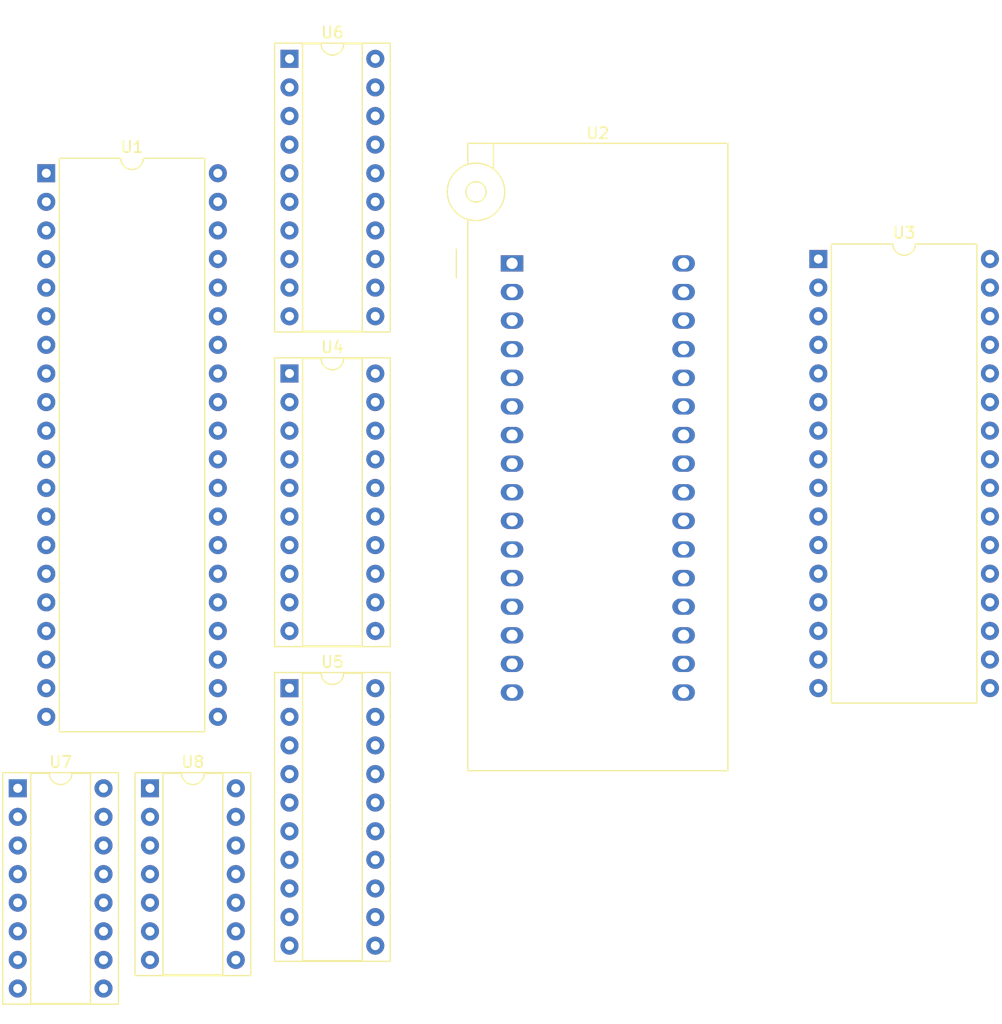
<source format=kicad_pcb>
(kicad_pcb (version 20211014) (generator pcbnew)
  (layers (0 "F.Cu" signal) (31 "B.Cu" signal) (34 "B.Paste" user) (35 "F.Paste" user) (36 "B.SilkS" user "B.Silkscreen") (37 "F.SilkS" user "F.Silkscreen") (38 "B.Mask" user) (39 "F.Mask" user) (44 "Edge.Cuts" user))
  (net 0 "")
  (net 2 "/A16")
  (net 3 "/A15")
  (net 4 "Net-(U2-Pad22)")
  (net 5 "/A12")
  (net 6 "/A7")
  (net 7 "/A6")
  (net 8 "/A5")
  (net 9 "/A4")
  (net 10 "/A3")
  (net 11 "/A2")
  (net 12 "/A1")
  (net 13 "/A0")
  (net 14 "/D0")
  (net 15 "/D1")
  (net 16 "/D2")
  (net 17 "/D3")
  (net 18 "Net-(U2-Pad24)")
  (net 19 "/D4")
  (net 20 "/D5")
  (net 21 "/D6")
  (net 22 "Net-(U1-Pad26)")
  (net 23 "/D7")
  (net 24 "/A10")
  (net 25 "/A11")
  (net 26 "/A9")
  (net 27 "/A8")
  (net 28 "/A13")
  (net 29 "/A14")
  (net 30 "/A17")
  (net 31 "GND")
  (net 32 "Net-(U1-Pad27)")
  (net 33 "Net-(U1-Pad28)")
  (net 34 "/A18")
  (net 35 "/A19")
  (net 36 "/AD7")
  (net 37 "/AD6")
  (net 38 "/AD5")
  (net 39 "/AD4")
  (net 40 "/AD3")
  (net 41 "/AD2")
  (net 42 "/AD1")
  (net 43 "/AD0")
  (net 44 "Net-(U1-Pad29)")
  (net 45 "Net-(U1-Pad32)")
  (net 51 "Net-(U1-Pad25)")
  (net 58 "/A19{slash}S6")
  (net 59 "/A18{slash}S5")
  (net 60 "/A17{slash}S4")
  (net 61 "/A16{slash}S3")
  (net 62 "+5V")
  (footprint "Package_DIP:DIP-14_W7.62mm_Socket" (layer "F.Cu") (at 105.73 121.92)
    (fp_text reference "U8" (at 3.81 -2.33) (layer "F.SilkS"))
    (fp_text value "74HC00")
    (fp_line (start -1.33 -1.39) (end -1.33 16.63) (layer "F.SilkS") (width 0.12))
    (fp_line (start 1.16 -1.33) (end 1.16 16.57) (layer "F.SilkS") (width 0.12))
    (fp_line (start 2.81 -1.33) (end 1.16 -1.33) (layer "F.SilkS") (width 0.12))
    (fp_line (start 8.95 16.63) (end 8.95 -1.39) (layer "F.SilkS") (width 0.12))
    (fp_line (start -1.33 16.63) (end 8.95 16.63) (layer "F.SilkS") (width 0.12))
    (fp_line (start 1.16 16.57) (end 6.46 16.57) (layer "F.SilkS") (width 0.12))
    (fp_line (start 8.95 -1.39) (end -1.33 -1.39) (layer "F.SilkS") (width 0.12))
    (fp_line (start 6.46 16.57) (end 6.46 -1.33) (layer "F.SilkS") (width 0.12))
    (fp_line (start 6.46 -1.33) (end 4.81 -1.33) (layer "F.SilkS") (width 0.12))
    (fp_arc (start 4.81 -1.33) (mid 3.81 -0.33) (end 2.81 -1.33) (layer "F.SilkS") (width 0.12))
    (pad "1" thru_hole rect (at 0 0) (size 1.6 1.6) (drill 0.8) (layers *.Cu *.Mask) (net 34 "/A18"))
    (pad "2" thru_hole oval (at 0 2.54) (size 1.6 1.6) (drill 0.8) (layers *.Cu *.Mask) (net 35 "/A19"))
    (pad "3" thru_hole oval (at 0 5.08) (size 1.6 1.6) (drill 0.8) (layers *.Cu *.Mask) (net 4 "Net-(U2-Pad22)"))
    (pad "4" thru_hole oval (at 0 7.62) (size 1.6 1.6) (drill 0.8) (layers *.Cu *.Mask))
    (pad "5" thru_hole oval (at 0 10.16) (size 1.6 1.6) (drill 0.8) (layers *.Cu *.Mask))
    (pad "6" thru_hole oval (at 0 12.7) (size 1.6 1.6) (drill 0.8) (layers *.Cu *.Mask))
    (pad "7" thru_hole oval (at 0 15.24) (size 1.6 1.6) (drill 0.8) (layers *.Cu *.Mask))
    (pad "8" thru_hole oval (at 7.62 15.24) (size 1.6 1.6) (drill 0.8) (layers *.Cu *.Mask))
    (pad "9" thru_hole oval (at 7.62 12.7) (size 1.6 1.6) (drill 0.8) (layers *.Cu *.Mask))
    (pad "10" thru_hole oval (at 7.62 10.16) (size 1.6 1.6) (drill 0.8) (layers *.Cu *.Mask))
    (pad "11" thru_hole oval (at 7.62 7.62) (size 1.6 1.6) (drill 0.8) (layers *.Cu *.Mask))
    (pad "12" thru_hole oval (at 7.62 5.08) (size 1.6 1.6) (drill 0.8) (layers *.Cu *.Mask))
    (pad "13" thru_hole oval (at 7.62 2.54) (size 1.6 1.6) (drill 0.8) (layers *.Cu *.Mask))
    (pad "14" thru_hole oval (at 7.62 0) (size 1.6 1.6) (drill 0.8) (layers *.Cu *.Mask))
  )
  (footprint "ZIF Socket:DIP_Socket-32_W11.9_W12.7_W15.24_W17.78_W18.5_3M_232-1285-00-0602J" (layer "F.Cu") (at 137.8875 75.32)
    (fp_text reference "U2" (at 7.62 -11.56) (layer "F.SilkS"))
    (fp_text value "SST39SF020")
    (fp_line (start 19.17 -10.66) (end -3.93 -10.66) (layer "F.SilkS") (width 0.12))
    (fp_line (start 19.17 45.04) (end 19.17 -10.66) (layer "F.SilkS") (width 0.12))
    (fp_line (start -3.93 -3.9) (end -3.93 45.04) (layer "F.SilkS") (width 0.12))
    (fp_line (start -4.95 1.27) (end -4.95 -1.27) (layer "F.SilkS") (width 0.12))
    (fp_line (start -3.93 -10.66) (end -3.93 -8.8) (layer "F.SilkS") (width 0.12))
    (fp_line (start -1.65 -10.66) (end -1.65 -8.4) (layer "F.SilkS") (width 0.12))
    (fp_line (start -3.93 45.04) (end 19.17 45.04) (layer "F.SilkS") (width 0.12))
    (fp_circle (center -3.2 -6.35) (end -2.3 -6.35) (layer "F.SilkS") (width 0.12) (fill none))
    (fp_circle (center -3.2 -6.35) (end -0.65 -6.35) (layer "F.SilkS") (width 0.12) (fill none))
    (pad "1" thru_hole rect locked (at 0 0) (size 2 1.44) (drill 1) (layers *.Cu *.Mask))
    (pad "2" thru_hole oval locked (at 0 2.54) (size 2 1.44) (drill 1) (layers *.Cu *.Mask) (net 2 "/A16"))
    (pad "3" thru_hole oval locked (at 0 5.08) (size 2 1.44) (drill 1) (layers *.Cu *.Mask) (net 3 "/A15"))
    (pad "4" thru_hole oval locked (at 0 7.62) (size 2 1.44) (drill 1) (layers *.Cu *.Mask) (net 5 "/A12"))
    (pad "5" thru_hole oval locked (at 0 10.16) (size 2 1.44) (drill 1) (layers *.Cu *.Mask) (net 6 "/A7"))
    (pad "6" thru_hole oval locked (at 0 12.7) (size 2 1.44) (drill 1) (layers *.Cu *.Mask) (net 7 "/A6"))
    (pad "7" thru_hole oval locked (at 0 15.24) (size 2 1.44) (drill 1) (layers *.Cu *.Mask) (net 8 "/A5"))
    (pad "8" thru_hole oval locked (at 0 17.78) (size 2 1.44) (drill 1) (layers *.Cu *.Mask) (net 9 "/A4"))
    (pad "9" thru_hole oval locked (at 0 20.32) (size 2 1.44) (drill 1) (layers *.Cu *.Mask) (net 10 "/A3"))
    (pad "10" thru_hole oval locked (at 0 22.86) (size 2 1.44) (drill 1) (layers *.Cu *.Mask) (net 11 "/A2"))
    (pad "11" thru_hole oval locked (at 0 25.4) (size 2 1.44) (drill 1) (layers *.Cu *.Mask) (net 12 "/A1"))
    (pad "12" thru_hole oval locked (at 0 27.94) (size 2 1.44) (drill 1) (layers *.Cu *.Mask) (net 13 "/A0"))
    (pad "13" thru_hole oval locked (at 0 30.48) (size 2 1.44) (drill 1) (layers *.Cu *.Mask) (net 14 "/D0"))
    (pad "14" thru_hole oval locked (at 0 33.02) (size 2 1.44) (drill 1) (layers *.Cu *.Mask) (net 15 "/D1"))
    (pad "15" thru_hole oval locked (at 0 35.56) (size 2 1.44) (drill 1) (layers *.Cu *.Mask) (net 16 "/D2"))
    (pad "16" thru_hole oval locked (at 0 38.1) (size 2 1.44) (drill 1) (layers *.Cu *.Mask) (net 31 "GND"))
    (pad "17" thru_hole oval locked (at 15.24 38.1) (size 2 1.44) (drill 1) (layers *.Cu *.Mask) (net 17 "/D3"))
    (pad "18" thru_hole oval locked (at 15.24 35.56) (size 2 1.44) (drill 1) (layers *.Cu *.Mask) (net 19 "/D4"))
    (pad "19" thru_hole oval locked (at 15.24 33.02) (size 2 1.44) (drill 1) (layers *.Cu *.Mask) (net 20 "/D5"))
    (pad "20" thru_hole oval locked (at 15.24 30.48) (size 2 1.44) (drill 1) (layers *.Cu *.Mask) (net 21 "/D6"))
    (pad "21" thru_hole oval locked (at 15.24 27.94) (size 2 1.44) (drill 1) (layers *.Cu *.Mask) (net 23 "/D7"))
    (pad "22" thru_hole oval locked (at 15.24 25.4) (size 2 1.44) (drill 1) (layers *.Cu *.Mask) (net 4 "Net-(U2-Pad22)"))
    (pad "23" thru_hole oval locked (at 15.24 22.86) (size 2 1.44) (drill 1) (layers *.Cu *.Mask) (net 24 "/A10"))
    (pad "24" thru_hole oval locked (at 15.24 20.32) (size 2 1.44) (drill 1) (layers *.Cu *.Mask) (net 18 "Net-(U2-Pad24)"))
    (pad "25" thru_hole oval locked (at 15.24 17.78) (size 2 1.44) (drill 1) (layers *.Cu *.Mask) (net 25 "/A11"))
    (pad "26" thru_hole oval locked (at 15.24 15.24) (size 2 1.44) (drill 1) (layers *.Cu *.Mask) (net 26 "/A9"))
    (pad "27" thru_hole oval locked (at 15.24 12.7) (size 2 1.44) (drill 1) (layers *.Cu *.Mask) (net 27 "/A8"))
    (pad "28" thru_hole oval locked (at 15.24 10.16) (size 2 1.44) (drill 1) (layers *.Cu *.Mask) (net 28 "/A13"))
    (pad "29" thru_hole oval locked (at 15.24 7.62) (size 2 1.44) (drill 1) (layers *.Cu *.Mask) (net 29 "/A14"))
    (pad "30" thru_hole oval locked (at 15.24 5.08) (size 2 1.44) (drill 1) (layers *.Cu *.Mask) (net 30 "/A17"))
    (pad "31" thru_hole oval locked (at 15.24 2.54) (size 2 1.44) (drill 1) (layers *.Cu *.Mask) (net 62 "+5V"))
    (pad "32" thru_hole oval locked (at 15.24 0) (size 2 1.44) (drill 1) (layers *.Cu *.Mask) (net 62 "+5V"))
  )
  (footprint "Package_DIP:DIP-20_W7.62mm_Socket" (layer "F.Cu") (at 118.12 57.155)
    (fp_text reference "U6" (at 3.81 -2.33) (layer "F.SilkS"))
    (fp_text value "74HC373")
    (fp_line (start -1.33 -1.39) (end -1.33 24.25) (layer "F.SilkS") (width 0.12))
    (fp_line (start 6.46 24.19) (end 6.46 -1.33) (layer "F.SilkS") (width 0.12))
    (fp_line (start -1.33 24.25) (end 8.95 24.25) (layer "F.SilkS") (width 0.12))
    (fp_line (start 8.95 -1.39) (end -1.33 -1.39) (layer "F.SilkS") (width 0.12))
    (fp_line (start 1.16 -1.33) (end 1.16 24.19) (layer "F.SilkS") (width 0.12))
    (fp_line (start 1.16 24.19) (end 6.46 24.19) (layer "F.SilkS") (width 0.12))
    (fp_line (start 8.95 24.25) (end 8.95 -1.39) (layer "F.SilkS") (width 0.12))
    (fp_line (start 2.81 -1.33) (end 1.16 -1.33) (layer "F.SilkS") (width 0.12))
    (fp_line (start 6.46 -1.33) (end 4.81 -1.33) (layer "F.SilkS") (width 0.12))
    (fp_arc (start 4.81 -1.33) (mid 3.81 -0.33) (end 2.81 -1.33) (layer "F.SilkS") (width 0.12))
    (pad "1" thru_hole rect (at 0 0) (size 1.6 1.6) (drill 0.8) (layers *.Cu *.Mask) (net 31 "GND"))
    (pad "2" thru_hole oval (at 0 2.54) (size 1.6 1.6) (drill 0.8) (layers *.Cu *.Mask) (net 2 "/A16"))
    (pad "3" thru_hole oval (at 0 5.08) (size 1.6 1.6) (drill 0.8) (layers *.Cu *.Mask) (net 61 "/A16{slash}S3"))
    (pad "4" thru_hole oval (at 0 7.62) (size 1.6 1.6) (drill 0.8) (layers *.Cu *.Mask) (net 60 "/A17{slash}S4"))
    (pad "5" thru_hole oval (at 0 10.16) (size 1.6 1.6) (drill 0.8) (layers *.Cu *.Mask) (net 30 "/A17"))
    (pad "6" thru_hole oval (at 0 12.7) (size 1.6 1.6) (drill 0.8) (layers *.Cu *.Mask) (net 34 "/A18"))
    (pad "7" thru_hole oval (at 0 15.24) (size 1.6 1.6) (drill 0.8) (layers *.Cu *.Mask) (net 59 "/A18{slash}S5"))
    (pad "8" thru_hole oval (at 0 17.78) (size 1.6 1.6) (drill 0.8) (layers *.Cu *.Mask) (net 58 "/A19{slash}S6"))
    (pad "9" thru_hole oval (at 0 20.32) (size 1.6 1.6) (drill 0.8) (layers *.Cu *.Mask) (net 35 "/A19"))
    (pad "10" thru_hole oval (at 0 22.86) (size 1.6 1.6) (drill 0.8) (layers *.Cu *.Mask) (net 31 "GND"))
    (pad "11" thru_hole oval (at 7.62 22.86) (size 1.6 1.6) (drill 0.8) (layers *.Cu *.Mask) (net 51 "Net-(U1-Pad25)"))
    (pad "12" thru_hole oval (at 7.62 20.32) (size 1.6 1.6) (drill 0.8) (layers *.Cu *.Mask))
    (pad "13" thru_hole oval (at 7.62 17.78) (size 1.6 1.6) (drill 0.8) (layers *.Cu *.Mask) (net 31 "GND"))
    (pad "14" thru_hole oval (at 7.62 15.24) (size 1.6 1.6) (drill 0.8) (layers *.Cu *.Mask) (net 31 "GND"))
    (pad "15" thru_hole oval (at 7.62 12.7) (size 1.6 1.6) (drill 0.8) (layers *.Cu *.Mask))
    (pad "16" thru_hole oval (at 7.62 10.16) (size 1.6 1.6) (drill 0.8) (layers *.Cu *.Mask))
    (pad "17" thru_hole oval (at 7.62 7.62) (size 1.6 1.6) (drill 0.8) (layers *.Cu *.Mask) (net 31 "GND"))
    (pad "18" thru_hole oval (at 7.62 5.08) (size 1.6 1.6) (drill 0.8) (layers *.Cu *.Mask) (net 31 "GND"))
    (pad "19" thru_hole oval (at 7.62 2.54) (size 1.6 1.6) (drill 0.8) (layers *.Cu *.Mask))
    (pad "20" thru_hole oval (at 7.62 0) (size 1.6 1.6) (drill 0.8) (layers *.Cu *.Mask) (net 62 "+5V"))
  )
  (footprint "Package_DIP:DIP-16_W7.62mm_Socket" (layer "F.Cu") (at 93.98 121.92)
    (fp_text reference "U7" (at 3.81 -2.33) (layer "F.SilkS"))
    (fp_text value "74HCT238")
    (fp_line (start 6.46 19.11) (end 6.46 -1.33) (layer "F.SilkS") (width 0.12))
    (fp_line (start -1.33 19.17) (end 8.95 19.17) (layer "F.SilkS") (width 0.12))
    (fp_line (start 2.81 -1.33) (end 1.16 -1.33) (layer "F.SilkS") (width 0.12))
    (fp_line (start 8.95 19.17) (end 8.95 -1.39) (layer "F.SilkS") (width 0.12))
    (fp_line (start 8.95 -1.39) (end -1.33 -1.39) (layer "F.SilkS") (width 0.12))
    (fp_line (start 1.16 -1.33) (end 1.16 19.11) (layer "F.SilkS") (width 0.12))
    (fp_line (start 1.16 19.11) (end 6.46 19.11) (layer "F.SilkS") (width 0.12))
    (fp_line (start 6.46 -1.33) (end 4.81 -1.33) (layer "F.SilkS") (width 0.12))
    (fp_line (start -1.33 -1.39) (end -1.33 19.17) (layer "F.SilkS") (width 0.12))
    (fp_arc (start 4.81 -1.33) (mid 3.81 -0.33) (end 2.81 -1.33) (layer "F.SilkS") (width 0.12))
    (pad "1" thru_hole rect (at 0 0) (size 1.6 1.6) (drill 0.8) (layers *.Cu *.Mask) (net 45 "Net-(U1-Pad32)"))
    (pad "2" thru_hole oval (at 0 2.54) (size 1.6 1.6) (drill 0.8) (layers *.Cu *.Mask) (net 44 "Net-(U1-Pad29)"))
    (pad "3" thru_hole oval (at 0 5.08) (size 1.6 1.6) (drill 0.8) (layers *.Cu *.Mask) (net 33 "Net-(U1-Pad28)"))
    (pad "4" thru_hole oval (at 0 7.62) (size 1.6 1.6) (drill 0.8) (layers *.Cu *.Mask) (net 31 "GND"))
    (pad "5" thru_hole oval (at 0 10.16) (size 1.6 1.6) (drill 0.8) (layers *.Cu *.Mask) (net 31 "GND"))
    (pad "6" thru_hole oval (at 0 12.7) (size 1.6 1.6) (drill 0.8) (layers *.Cu *.Mask) (net 62 "+5V"))
    (pad "7" thru_hole oval (at 0 15.24) (size 1.6 1.6) (drill 0.8) (layers *.Cu *.Mask))
    (pad "8" thru_hole oval (at 0 17.78) (size 1.6 1.6) (drill 0.8) (layers *.Cu *.Mask) (net 31 "GND"))
    (pad "9" thru_hole oval (at 7.62 17.78) (size 1.6 1.6) (drill 0.8) (layers *.Cu *.Mask))
    (pad "10" thru_hole oval (at 7.62 15.24) (size 1.6 1.6) (drill 0.8) (layers *.Cu *.Mask))
    (pad "11" thru_hole oval (at 7.62 12.7) (size 1.6 1.6) (drill 0.8) (layers *.Cu *.Mask))
    (pad "12" thru_hole oval (at 7.62 10.16) (size 1.6 1.6) (drill 0.8) (layers *.Cu *.Mask))
    (pad "13" thru_hole oval (at 7.62 7.62) (size 1.6 1.6) (drill 0.8) (layers *.Cu *.Mask) (net 31 "GND"))
    (pad "14" thru_hole oval (at 7.62 5.08) (size 1.6 1.6) (drill 0.8) (layers *.Cu *.Mask) (net 18 "Net-(U2-Pad24)"))
    (pad "15" thru_hole oval (at 7.62 2.54) (size 1.6 1.6) (drill 0.8) (layers *.Cu *.Mask))
    (pad "16" thru_hole oval (at 7.62 0) (size 1.6 1.6) (drill 0.8) (layers *.Cu *.Mask) (net 62 "+5V"))
  )
  (footprint "Package_DIP:DIP-20_W7.62mm_Socket" (layer "F.Cu") (at 118.12 113.035)
    (fp_text reference "U5" (at 3.81 -2.33) (layer "F.SilkS"))
    (fp_text value "74HC373")
    (fp_line (start -1.33 24.25) (end 8.95 24.25) (layer "F.SilkS") (width 0.12))
    (fp_line (start 8.95 -1.39) (end -1.33 -1.39) (layer "F.SilkS") (width 0.12))
    (fp_line (start 1.16 24.19) (end 6.46 24.19) (layer "F.SilkS") (width 0.12))
    (fp_line (start 6.46 24.19) (end 6.46 -1.33) (layer "F.SilkS") (width 0.12))
    (fp_line (start 6.46 -1.33) (end 4.81 -1.33) (layer "F.SilkS") (width 0.12))
    (fp_line (start 2.81 -1.33) (end 1.16 -1.33) (layer "F.SilkS") (width 0.12))
    (fp_line (start 1.16 -1.33) (end 1.16 24.19) (layer "F.SilkS") (width 0.12))
    (fp_line (start -1.33 -1.39) (end -1.33 24.25) (layer "F.SilkS") (width 0.12))
    (fp_line (start 8.95 24.25) (end 8.95 -1.39) (layer "F.SilkS") (width 0.12))
    (fp_arc (start 4.81 -1.33) (mid 3.81 -0.33) (end 2.81 -1.33) (layer "F.SilkS") (width 0.12))
    (pad "1" thru_hole rect (at 0 0) (size 1.6 1.6) (drill 0.8) (layers *.Cu *.Mask) (net 31 "GND"))
    (pad "2" thru_hole oval (at 0 2.54) (size 1.6 1.6) (drill 0.8) (layers *.Cu *.Mask) (net 13 "/A0"))
    (pad "3" thru_hole oval (at 0 5.08) (size 1.6 1.6) (drill 0.8) (layers *.Cu *.Mask) (net 43 "/AD0"))
    (pad "4" thru_hole oval (at 0 7.62) (size 1.6 1.6) (drill 0.8) (layers *.Cu *.Mask) (net 42 "/AD1"))
    (pad "5" thru_hole oval (at 0 10.16) (size 1.6 1.6) (drill 0.8) (layers *.Cu *.Mask) (net 12 "/A1"))
    (pad "6" thru_hole oval (at 0 12.7) (size 1.6 1.6) (drill 0.8) (layers *.Cu *.Mask) (net 11 "/A2"))
    (pad "7" thru_hole oval (at 0 15.24) (size 1.6 1.6) (drill 0.8) (layers *.Cu *.Mask) (net 41 "/AD2"))
    (pad "8" thru_hole oval (at 0 17.78) (size 1.6 1.6) (drill 0.8) (layers *.Cu *.Mask) (net 40 "/AD3"))
    (pad "9" thru_hole oval (at 0 20.32) (size 1.6 1.6) (drill 0.8) (layers *.Cu *.Mask) (net 10 "/A3"))
    (pad "10" thru_hole oval (at 0 22.86) (size 1.6 1.6) (drill 0.8) (layers *.Cu *.Mask) (net 31 "GND"))
    (pad "11" thru_hole oval (at 7.62 22.86) (size 1.6 1.6) (drill 0.8) (layers *.Cu *.Mask) (net 51 "Net-(U1-Pad25)"))
    (pad "12" thru_hole oval (at 7.62 20.32) (size 1.6 1.6) (drill 0.8) (layers *.Cu *.Mask) (net 9 "/A4"))
    (pad "13" thru_hole oval (at 7.62 17.78) (size 1.6 1.6) (drill 0.8) (layers *.Cu *.Mask) (net 39 "/AD4"))
    (pad "14" thru_hole oval (at 7.62 15.24) (size 1.6 1.6) (drill 0.8) (layers *.Cu *.Mask) (net 38 "/AD5"))
    (pad "15" thru_hole oval (at 7.62 12.7) (size 1.6 1.6) (drill 0.8) (layers *.Cu *.Mask) (net 8 "/A5"))
    (pad "16" thru_hole oval (at 7.62 10.16) (size 1.6 1.6) (drill 0.8) (layers *.Cu *.Mask) (net 7 "/A6"))
    (pad "17" thru_hole oval (at 7.62 7.62) (size 1.6 1.6) (drill 0.8) (layers *.Cu *.Mask) (net 37 "/AD6"))
    (pad "18" thru_hole oval (at 7.62 5.08) (size 1.6 1.6) (drill 0.8) (layers *.Cu *.Mask) (net 36 "/AD7"))
    (pad "19" thru_hole oval (at 7.62 2.54) (size 1.6 1.6) (drill 0.8) (layers *.Cu *.Mask) (net 6 "/A7"))
    (pad "20" thru_hole oval (at 7.62 0) (size 1.6 1.6) (drill 0.8) (layers *.Cu *.Mask) (net 62 "+5V"))
  )
  (footprint "Package_DIP:DIP-40_W15.24mm" (layer "F.Cu") (at 96.515 67.315)
    (fp_text reference "U1" (at 7.62 -2.33) (layer "F.SilkS"))
    (fp_text value "8088_Min_Mode")
    (fp_line (start 14.08 -1.33) (end 8.62 -1.33) (layer "F.SilkS") (width 0.12))
    (fp_line (start 14.08 49.59) (end 14.08 -1.33) (layer "F.SilkS") (width 0.12))
    (fp_line (start 1.16 49.59) (end 14.08 49.59) (layer "F.SilkS") (width 0.12))
    (fp_line (start 6.62 -1.33) (end 1.16 -1.33) (layer "F.SilkS") (width 0.12))
    (fp_line (start 1.16 -1.33) (end 1.16 49.59) (layer "F.SilkS") (width 0.12))
    (fp_arc (start 8.62 -1.33) (mid 7.62 -0.33) (end 6.62 -1.33) (layer "F.SilkS") (width 0.12))
    (pad "1" thru_hole rect (at 0 0) (size 1.6 1.6) (drill 0.8) (layers *.Cu *.Mask) (net 31 "GND"))
    (pad "2" thru_hole oval (at 0 2.54) (size 1.6 1.6) (drill 0.8) (layers *.Cu *.Mask) (net 29 "/A14"))
    (pad "3" thru_hole oval (at 0 5.08) (size 1.6 1.6) (drill 0.8) (layers *.Cu *.Mask) (net 28 "/A13"))
    (pad "4" thru_hole oval (at 0 7.62) (size 1.6 1.6) (drill 0.8) (layers *.Cu *.Mask) (net 5 "/A12"))
    (pad "5" thru_hole oval (at 0 10.16) (size 1.6 1.6) (drill 0.8) (layers *.Cu *.Mask) (net 25 "/A11"))
    (pad "6" thru_hole oval (at 0 12.7) (size 1.6 1.6) (drill 0.8) (layers *.Cu *.Mask) (net 24 "/A10"))
    (pad "7" thru_hole oval (at 0 15.24) (size 1.6 1.6) (drill 0.8) (layers *.Cu *.Mask) (net 26 "/A9"))
    (pad "8" thru_hole oval (at 0 17.78) (size 1.6 1.6) (drill 0.8) (layers *.Cu *.Mask) (net 27 "/A8"))
    (pad "9" thru_hole oval (at 0 20.32) (size 1.6 1.6) (drill 0.8) (layers *.Cu *.Mask) (net 36 "/AD7"))
    (pad "10" thru_hole oval (at 0 22.86) (size 1.6 1.6) (drill 0.8) (layers *.Cu *.Mask) (net 37 "/AD6"))
    (pad "11" thru_hole oval (at 0 25.4) (size 1.6 1.6) (drill 0.8) (layers *.Cu *.Mask) (net 38 "/AD5"))
    (pad "12" thru_hole oval (at 0 27.94) (size 1.6 1.6) (drill 0.8) (layers *.Cu *.Mask) (net 39 "/AD4"))
    (pad "13" thru_hole oval (at 0 30.48) (size 1.6 1.6) (drill 0.8) (layers *.Cu *.Mask) (net 40 "/AD3"))
    (pad "14" thru_hole oval (at 0 33.02) (size 1.6 1.6) (drill 0.8) (layers *.Cu *.Mask) (net 41 "/AD2"))
    (pad "15" thru_hole oval (at 0 35.56) (size 1.6 1.6) (drill 0.8) (layers *.Cu *.Mask) (net 42 "/AD1"))
    (pad "16" thru_hole oval (at 0 38.1) (size 1.6 1.6) (drill 0.8) (layers *.Cu *.Mask) (net 43 "/AD0"))
    (pad "17" thru_hole oval (at 0 40.64) (size 1.6 1.6) (drill 0.8) (layers *.Cu *.Mask) (net 31 "GND"))
    (pad "18" thru_hole oval (at 0 43.18) (size 1.6 1.6) (drill 0.8) (layers *.Cu *.Mask) (net 31 "GND"))
    (pad "19" thru_hole oval (at 0 45.72) (size 1.6 1.6) (drill 0.8) (layers *.Cu *.Mask))
    (pad "20" thru_hole oval (at 0 48.26) (size 1.6 1.6) (drill 0.8) (layers *.Cu *.Mask) (net 31 "GND"))
    (pad "21" thru_hole oval (at 15.24 48.26) (size 1.6 1.6) (drill 0.8) (layers *.Cu *.Mask))
    (pad "22" thru_hole oval (at 15.24 45.72) (size 1.6 1.6) (drill 0.8) (layers *.Cu *.Mask))
    (pad "23" thru_hole oval (at 15.24 43.18) (size 1.6 1.6) (drill 0.8) (layers *.Cu *.Mask) (net 31 "GND"))
    (pad "24" thru_hole oval (at 15.24 40.64) (size 1.6 1.6) (drill 0.8) (layers *.Cu *.Mask))
    (pad "25" thru_hole oval (at 15.24 38.1) (size 1.6 1.6) (drill 0.8) (layers *.Cu *.Mask) (net 51 "Net-(U1-Pad25)"))
    (pad "26" thru_hole oval (at 15.24 35.56) (size 1.6 1.6) (drill 0.8) (layers *.Cu *.Mask) (net 22 "Net-(U1-Pad26)"))
    (pad "27" thru_hole oval (at 15.24 33.02) (size 1.6 1.6) (drill 0.8) (layers *.Cu *.Mask) (net 32 "Net-(U1-Pad27)"))
    (pad "28" thru_hole oval (at 15.24 30.48) (size 1.6 1.6) (drill 0.8) (layers *.Cu *.Mask) (net 33 "Net-(U1-Pad28)"))
    (pad "29" thru_hole oval (at 15.24 27.94) (size 1.6 1.6) (drill 0.8) (layers *.Cu *.Mask) (net 44 "Net-(U1-Pad29)"))
    (pad "30" thru_hole oval (at 15.24 25.4) (size 1.6 1.6) (drill 0.8) (layers *.Cu *.Mask))
    (pad "31" thru_hole oval (at 15.24 22.86) (size 1.6 1.6) (drill 0.8) (layers *.Cu *.Mask) (net 31 "GND"))
    (pad "32" thru_hole oval (at 15.24 20.32) (size 1.6 1.6) (drill 0.8) (layers *.Cu *.Mask) (net 45 "Net-(U1-Pad32)"))
    (pad "33" thru_hole oval (at 15.24 17.78) (size 1.6 1.6) (drill 0.8) (layers *.Cu *.Mask) (net 62 "+5V"))
    (pad "34" thru_hole oval (at 15.24 15.24) (size 1.6 1.6) (drill 0.8) (layers *.Cu *.Mask) (net 31 "GND"))
    (pad "35" thru_hole oval (at 15.24 12.7) (size 1.6 1.6) (drill 0.8) (layers *.Cu *.Mask) (net 58 "/A19{slash}S6"))
    (pad "36" thru_hole oval (at 15.24 10.16) (size 1.6 1.6) (drill 0.8) (layers *.Cu *.Mask) (net 59 "/A18{slash}S5"))
    (pad "37" thru_hole oval (at 15.24 7.62) (size 1.6 1.6) (drill 0.8) (layers *.Cu *.Mask) (net 60 "/A17{slash}S4"))
    (pad "38" thru_hole oval (at 15.24 5.08) (size 1.6 1.6) (drill 0.8) (layers *.Cu *.Mask) (net 61 "/A16{slash}S3"))
    (pad "39" thru_hole oval (at 15.24 2.54) (size 1.6 1.6) (drill 0.8) (layers *.Cu *.Mask) (net 3 "/A15"))
    (pad "40" thru_hole oval (at 15.24 0) (size 1.6 1.6) (drill 0.8) (layers *.Cu *.Mask) (net 62 "+5V"))
  )
  (footprint "Package_DIP:DIP-32_W15.24mm" (layer "F.Cu") (at 165.095 74.93)
    (fp_text reference "U3" (at 7.62 -2.33) (layer "F.SilkS"))
    (fp_text value "AS6C4008-55PCN")
    (fp_line (start 1.16 -1.33) (end 1.16 39.43) (layer "F.SilkS") (width 0.12))
    (fp_line (start 14.08 39.43) (end 14.08 -1.33) (layer "F.SilkS") (width 0.12))
    (fp_line (start 14.08 -1.33) (end 8.62 -1.33) (layer "F.SilkS") (width 0.12))
    (fp_line (start 1.16 39.43) (end 14.08 39.43) (layer "F.SilkS") (width 0.12))
    (fp_line (start 6.62 -1.33) (end 1.16 -1.33) (layer "F.SilkS") (width 0.12))
    (fp_arc (start 8.62 -1.33) (mid 7.62 -0.33) (end 6.62 -1.33) (layer "F.SilkS") (width 0.12))
    (pad "1" thru_hole rect (at 0 0) (size 1.6 1.6) (drill 0.8) (layers *.Cu *.Mask) (net 34 "/A18"))
    (pad "2" thru_hole oval (at 0 2.54) (size 1.6 1.6) (drill 0.8) (layers *.Cu *.Mask) (net 2 "/A16"))
    (pad "3" thru_hole oval (at 0 5.08) (size 1.6 1.6) (drill 0.8) (layers *.Cu *.Mask) (net 29 "/A14"))
    (pad "4" thru_hole oval (at 0 7.62) (size 1.6 1.6) (drill 0.8) (layers *.Cu *.Mask) (net 5 "/A12"))
    (pad "5" thru_hole oval (at 0 10.16) (size 1.6 1.6) (drill 0.8) (layers *.Cu *.Mask) (net 6 "/A7"))
    (pad "6" thru_hole oval (at 0 12.7) (size 1.6 1.6) (drill 0.8) (layers *.Cu *.Mask) (net 7 "/A6"))
    (pad "7" thru_hole oval (at 0 15.24) (size 1.6 1.6) (drill 0.8) (layers *.Cu *.Mask) (net 8 "/A5"))
    (pad "8" thru_hole oval (at 0 17.78) (size 1.6 1.6) (drill 0.8) (layers *.Cu *.Mask) (net 9 "/A4"))
    (pad "9" thru_hole oval (at 0 20.32) (size 1.6 1.6) (drill 0.8) (layers *.Cu *.Mask) (net 10 "/A3"))
    (pad "10" thru_hole oval (at 0 22.86) (size 1.6 1.6) (drill 0.8) (layers *.Cu *.Mask) (net 11 "/A2"))
    (pad "11" thru_hole oval (at 0 25.4) (size 1.6 1.6) (drill 0.8) (layers *.Cu *.Mask) (net 12 "/A1"))
    (pad "12" thru_hole oval (at 0 27.94) (size 1.6 1.6) (drill 0.8) (layers *.Cu *.Mask) (net 13 "/A0"))
    (pad "13" thru_hole oval (at 0 30.48) (size 1.6 1.6) (drill 0.8) (layers *.Cu *.Mask) (net 14 "/D0"))
    (pad "14" thru_hole oval (at 0 33.02) (size 1.6 1.6) (drill 0.8) (layers *.Cu *.Mask) (net 15 "/D1"))
    (pad "15" thru_hole oval (at 0 35.56) (size 1.6 1.6) (drill 0.8) (layers *.Cu *.Mask) (net 16 "/D2"))
    (pad "16" thru_hole oval (at 0 38.1) (size 1.6 1.6) (drill 0.8) (layers *.Cu *.Mask) (net 31 "GND"))
    (pad "17" thru_hole oval (at 15.24 38.1) (size 1.6 1.6) (drill 0.8) (layers *.Cu *.Mask) (net 17 "/D3"))
    (pad "18" thru_hole oval (at 15.24 35.56) (size 1.6 1.6) (drill 0.8) (layers *.Cu *.Mask) (net 19 "/D4"))
    (pad "19" thru_hole oval (at 15.24 33.02) (size 1.6 1.6) (drill 0.8) (layers *.Cu *.Mask) (net 20 "/D5"))
    (pad "20" thru_hole oval (at 15.24 30.48) (size 1.6 1.6) (drill 0.8) (layers *.Cu *.Mask) (net 21 "/D6"))
    (pad "21" thru_hole oval (at 15.24 27.94) (size 1.6 1.6) (drill 0.8) (layers *.Cu *.Mask) (net 23 "/D7"))
    (pad "22" thru_hole oval (at 15.24 25.4) (size 1.6 1.6) (drill 0.8) (layers *.Cu *.Mask) (net 13 "/A0"))
    (pad "23" thru_hole oval (at 15.24 22.86) (size 1.6 1.6) (drill 0.8) (layers *.Cu *.Mask) (net 24 "/A10"))
    (pad "24" thru_hole oval (at 15.24 20.32) (size 1.6 1.6) (drill 0.8) (layers *.Cu *.Mask) (net 31 "GND"))
    (pad "25" thru_hole oval (at 15.24 17.78) (size 1.6 1.6) (drill 0.8) (layers *.Cu *.Mask) (net 25 "/A11"))
    (pad "26" thru_hole oval (at 15.24 15.24) (size 1.6 1.6) (drill 0.8) (layers *.Cu *.Mask) (net 26 "/A9"))
    (pad "27" thru_hole oval (at 15.24 12.7) (size 1.6 1.6) (drill 0.8) (layers *.Cu *.Mask) (net 27 "/A8"))
    (pad "28" thru_hole oval (at 15.24 10.16) (size 1.6 1.6) (drill 0.8) (layers *.Cu *.Mask) (net 28 "/A13"))
    (pad "29" thru_hole oval (at 15.24 7.62) (size 1.6 1.6) (drill 0.8) (layers *.Cu *.Mask) (net 18 "Net-(U2-Pad24)"))
    (pad "30" thru_hole oval (at 15.24 5.08) (size 1.6 1.6) (drill 0.8) (layers *.Cu *.Mask) (net 30 "/A17"))
    (pad "31" thru_hole oval (at 15.24 2.54) (size 1.6 1.6) (drill 0.8) (layers *.Cu *.Mask) (net 3 "/A15"))
    (pad "32" thru_hole oval (at 15.24 0) (size 1.6 1.6) (drill 0.8) (layers *.Cu *.Mask) (net 62 "+5V"))
  )
  (footprint "Package_DIP:DIP-20_W7.62mm_Socket" (layer "F.Cu") (at 118.12 85.095)
    (fp_text reference "U4" (at 3.81 -2.33) (layer "F.SilkS"))
    (fp_text value "74HC245")
    (fp_line (start 8.95 24.25) (end 8.95 -1.39) (layer "F.SilkS") (width 0.12))
    (fp_line (start -1.33 24.25) (end 8.95 24.25) (layer "F.SilkS") (width 0.12))
    (fp_line (start -1.33 -1.39) (end -1.33 24.25) (layer "F.SilkS") (width 0.12))
    (fp_line (start 8.95 -1.39) (end -1.33 -1.39) (layer "F.SilkS") (width 0.12))
    (fp_line (start 1.16 24.19) (end 6.46 24.19) (layer "F.SilkS") (width 0.12))
    (fp_line (start 6.46 24.19) (end 6.46 -1.33) (layer "F.SilkS") (width 0.12))
    (fp_line (start 1.16 -1.33) (end 1.16 24.19) (layer "F.SilkS") (width 0.12))
    (fp_line (start 2.81 -1.33) (end 1.16 -1.33) (layer "F.SilkS") (width 0.12))
    (fp_line (start 6.46 -1.33) (end 4.81 -1.33) (layer "F.SilkS") (width 0.12))
    (fp_arc (start 4.81 -1.33) (mid 3.81 -0.33) (end 2.81 -1.33) (layer "F.SilkS") (width 0.12))
    (pad "1" thru_hole rect (at 0 0) (size 1.6 1.6) (drill 0.8) (layers *.Cu *.Mask) (net 32 "Net-(U1-Pad27)"))
    (pad "2" thru_hole oval (at 0 2.54) (size 1.6 1.6) (drill 0.8) (layers *.Cu *.Mask) (net 43 "/AD0"))
    (pad "3" thru_hole oval (at 0 5.08) (size 1.6 1.6) (drill 0.8) (layers *.Cu *.Mask) (net 42 "/AD1"))
    (pad "4" thru_hole oval (at 0 7.62) (size 1.6 1.6) (drill 0.8) (layers *.Cu *.Mask) (net 41 "/AD2"))
    (pad "5" thru_hole oval (at 0 10.16) (size 1.6 1.6) (drill 0.8) (layers *.Cu *.Mask) (net 40 "/AD3"))
    (pad "6" thru_hole oval (at 0 12.7) (size 1.6 1.6) (drill 0.8) (layers *.Cu *.Mask) (net 39 "/AD4"))
    (pad "7" thru_hole oval (at 0 15.24) (size 1.6 1.6) (drill 0.8) (layers *.Cu *.Mask) (net 38 "/AD5"))
    (pad "8" thru_hole oval (at 0 17.78) (size 1.6 1.6) (drill 0.8) (layers *.Cu *.Mask) (net 37 "/AD6"))
    (pad "9" thru_hole oval (at 0 20.32) (size 1.6 1.6) (drill 0.8) (layers *.Cu *.Mask) (net 36 "/AD7"))
    (pad "10" thru_hole oval (at 0 22.86) (size 1.6 1.6) (drill 0.8) (layers *.Cu *.Mask) (net 31 "GND"))
    (pad "11" thru_hole oval (at 7.62 22.86) (size 1.6 1.6) (drill 0.8) (layers *.Cu *.Mask) (net 23 "/D7"))
    (pad "12" thru_hole oval (at 7.62 20.32) (size 1.6 1.6) (drill 0.8) (layers *.Cu *.Mask) (net 21 "/D6"))
    (pad "13" thru_hole oval (at 7.62 17.78) (size 1.6 1.6) (drill 0.8) (layers *.Cu *.Mask) (net 20 "/D5"))
    (pad "14" thru_hole oval (at 7.62 15.24) (size 1.6 1.6) (drill 0.8) (layers *.Cu *.Mask) (net 19 "/D4"))
    (pad "15" thru_hole oval (at 7.62 12.7) (size 1.6 1.6) (drill 0.8) (layers *.Cu *.Mask) (net 17 "/D3"))
    (pad "16" thru_hole oval (at 7.62 10.16) (size 1.6 1.6) (drill 0.8) (layers *.Cu *.Mask) (net 16 "/D2"))
    (pad "17" thru_hole oval (at 7.62 7.62) (size 1.6 1.6) (drill 0.8) (layers *.Cu *.Mask) (net 15 "/D1"))
    (pad "18" thru_hole oval (at 7.62 5.08) (size 1.6 1.6) (drill 0.8) (layers *.Cu *.Mask) (net 14 "/D0"))
    (pad "19" thru_hole oval (at 7.62 2.54) (size 1.6 1.6) (drill 0.8) (layers *.Cu *.Mask) (net 22 "Net-(U1-Pad26)"))
    (pad "20" thru_hole oval (at 7.62 0) (size 1.6 1.6) (drill 0.8) (layers *.Cu *.Mask) (net 62 "+5V"))
  )
)
</source>
